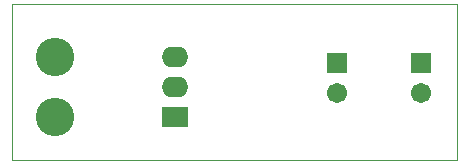
<source format=gbs>
%FSLAX25Y25*%
%MOIN*%
G70*
G01*
G75*
G04 Layer_Color=16711935*
%ADD10C,0.00400*%
%ADD11R,0.08000X0.06000*%
%ADD12O,0.08000X0.06000*%
%ADD13R,0.05906X0.05906*%
%ADD14C,0.05906*%
%ADD15C,0.12000*%
%ADD16C,0.02000*%
%ADD17C,0.01000*%
%ADD18C,0.00787*%
%ADD19R,0.08800X0.06800*%
%ADD20O,0.08800X0.06800*%
%ADD21R,0.06706X0.06706*%
%ADD22C,0.06706*%
%ADD23C,0.12800*%
D10*
X0Y0D02*
Y52000D01*
X148500D01*
Y0D02*
Y52000D01*
X0Y0D02*
X148500D01*
D19*
X54500Y14500D02*
D03*
D20*
Y24500D02*
D03*
Y34500D02*
D03*
D21*
X136500Y32500D02*
D03*
X108500D02*
D03*
D22*
X136500Y22500D02*
D03*
X108500D02*
D03*
D23*
X14500Y34500D02*
D03*
Y14500D02*
D03*
M02*

</source>
